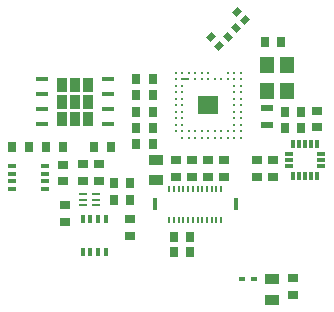
<source format=gtp>
G04*
G04 #@! TF.GenerationSoftware,Altium Limited,Altium Designer,19.0.12 (326)*
G04*
G04 Layer_Color=8421504*
%FSLAX24Y24*%
%MOIN*%
G70*
G01*
G75*
%ADD15R,0.0366X0.0484*%
%ADD16R,0.0276X0.0354*%
%ADD17R,0.0150X0.0433*%
%ADD18R,0.0091X0.0248*%
G04:AMPARAMS|DCode=19|XSize=25.6mil|YSize=21.7mil|CornerRadius=0mil|HoleSize=0mil|Usage=FLASHONLY|Rotation=45.000|XOffset=0mil|YOffset=0mil|HoleType=Round|Shape=Rectangle|*
%AMROTATEDRECTD19*
4,1,4,-0.0014,-0.0167,-0.0167,-0.0014,0.0014,0.0167,0.0167,0.0014,-0.0014,-0.0167,0.0*
%
%ADD19ROTATEDRECTD19*%

G04:AMPARAMS|DCode=20|XSize=25.6mil|YSize=21.7mil|CornerRadius=0mil|HoleSize=0mil|Usage=FLASHONLY|Rotation=315.000|XOffset=0mil|YOffset=0mil|HoleType=Round|Shape=Rectangle|*
%AMROTATEDRECTD20*
4,1,4,-0.0167,0.0014,-0.0014,0.0167,0.0167,-0.0014,0.0014,-0.0167,-0.0167,0.0014,0.0*
%
%ADD20ROTATEDRECTD20*%

%ADD21R,0.0354X0.0276*%
%ADD22R,0.0197X0.0118*%
%ADD23R,0.0512X0.0335*%
%ADD24R,0.0295X0.0157*%
%ADD25R,0.0118X0.0315*%
%ADD26R,0.0315X0.0118*%
%ADD27R,0.0413X0.0177*%
%ADD28R,0.0472X0.0551*%
%ADD29R,0.0433X0.0236*%
%ADD30R,0.0157X0.0295*%
%ADD31R,0.0295X0.0110*%
%ADD32R,0.0291X0.0075*%
%ADD33R,0.0075X0.0075*%
%ADD34R,0.0650X0.0585*%
D15*
X-3020Y1348D02*
D03*
X-3020Y1911D02*
D03*
X-3020Y2474D02*
D03*
X-3465Y1348D02*
D03*
X-3465Y1911D02*
D03*
X-3465Y2474D02*
D03*
X-3909Y1348D02*
D03*
X-3909Y1911D02*
D03*
X-3909Y2474D02*
D03*
D16*
X379Y-3100D02*
D03*
X-172D02*
D03*
Y-2598D02*
D03*
X379D02*
D03*
X-5001Y396D02*
D03*
X-5552D02*
D03*
X-2173Y-1341D02*
D03*
X-1622D02*
D03*
X-4426Y400D02*
D03*
X-3874D02*
D03*
X-2274Y396D02*
D03*
X-2825D02*
D03*
X-1417Y508D02*
D03*
X-866D02*
D03*
X-1417Y1049D02*
D03*
X-866D02*
D03*
X-1417Y1591D02*
D03*
X-866D02*
D03*
X-1417Y2132D02*
D03*
X-866D02*
D03*
X-1417Y2673D02*
D03*
X-866D02*
D03*
X3415Y3898D02*
D03*
X2864D02*
D03*
X3530Y1591D02*
D03*
X4081D02*
D03*
X3530Y1049D02*
D03*
X4081D02*
D03*
X-2173Y-807D02*
D03*
X-1622D02*
D03*
D17*
X1896Y-1506D02*
D03*
X-813D02*
D03*
D18*
X-325Y-2028D02*
D03*
Y-984D02*
D03*
X1407Y-2028D02*
D03*
Y-984D02*
D03*
X-167D02*
D03*
X-10D02*
D03*
X148D02*
D03*
X305D02*
D03*
X463D02*
D03*
X620D02*
D03*
X778D02*
D03*
X935D02*
D03*
X1093D02*
D03*
X1250D02*
D03*
Y-2028D02*
D03*
X1093D02*
D03*
X935D02*
D03*
X778D02*
D03*
X620D02*
D03*
X463D02*
D03*
X305D02*
D03*
X148D02*
D03*
X-10D02*
D03*
X-167D02*
D03*
D19*
X2199Y4639D02*
D03*
X1921Y4917D02*
D03*
X1350Y3789D02*
D03*
X1072Y4068D02*
D03*
D20*
X1900Y4367D02*
D03*
X1622Y4089D02*
D03*
D21*
X3789Y-3967D02*
D03*
Y-4518D02*
D03*
X-3850Y-177D02*
D03*
Y-729D02*
D03*
X-3797Y-1537D02*
D03*
Y-2089D02*
D03*
X4596Y1624D02*
D03*
Y1073D02*
D03*
X3140Y-33D02*
D03*
Y-585D02*
D03*
X2598D02*
D03*
Y-33D02*
D03*
X-1624Y-2549D02*
D03*
Y-1998D02*
D03*
X1516Y-585D02*
D03*
Y-33D02*
D03*
X974Y-585D02*
D03*
Y-33D02*
D03*
X433Y-585D02*
D03*
Y-33D02*
D03*
X-108Y-585D02*
D03*
Y-33D02*
D03*
X-3207Y-157D02*
D03*
Y-709D02*
D03*
X-2657Y-157D02*
D03*
Y-709D02*
D03*
D22*
X2096Y-4006D02*
D03*
X2490D02*
D03*
D23*
X3100D02*
D03*
Y-4675D02*
D03*
X-778Y-703D02*
D03*
Y-33D02*
D03*
D24*
X-4450Y-994D02*
D03*
Y-738D02*
D03*
Y-482D02*
D03*
Y-226D02*
D03*
X-5552Y-994D02*
D03*
Y-738D02*
D03*
Y-482D02*
D03*
Y-226D02*
D03*
D25*
X3809Y508D02*
D03*
X4006D02*
D03*
X4203D02*
D03*
X4400D02*
D03*
X4596D02*
D03*
Y-567D02*
D03*
X4400D02*
D03*
X4203D02*
D03*
X4006D02*
D03*
X3809D02*
D03*
D26*
X4740Y167D02*
D03*
Y-30D02*
D03*
Y-226D02*
D03*
X3665D02*
D03*
Y-30D02*
D03*
Y167D02*
D03*
D27*
X-2354Y1161D02*
D03*
X-2354Y1661D02*
D03*
Y2161D02*
D03*
X-2354Y2661D02*
D03*
X-4575Y1161D02*
D03*
X-4575Y1661D02*
D03*
Y2161D02*
D03*
X-4575Y2661D02*
D03*
D28*
X2923Y2274D02*
D03*
Y3140D02*
D03*
X3593D02*
D03*
Y2274D02*
D03*
D29*
X2923Y1709D02*
D03*
Y1157D02*
D03*
D30*
X-2439Y-1998D02*
D03*
X-2695Y-1998D02*
D03*
X-2951Y-1998D02*
D03*
X-3207Y-1998D02*
D03*
X-2439Y-3100D02*
D03*
X-2695D02*
D03*
X-2951D02*
D03*
X-3207D02*
D03*
D31*
Y-1144D02*
D03*
Y-1341D02*
D03*
Y-1537D02*
D03*
X-2754Y-1144D02*
D03*
Y-1341D02*
D03*
Y-1537D02*
D03*
D32*
X217Y2673D02*
D03*
D33*
X1841Y2024D02*
D03*
Y1807D02*
D03*
X1191Y941D02*
D03*
X541D02*
D03*
X108Y1591D02*
D03*
Y1807D02*
D03*
Y2240D02*
D03*
X541Y2673D02*
D03*
X758D02*
D03*
X974D02*
D03*
X1191D02*
D03*
X1407D02*
D03*
X1624D02*
D03*
X1841D02*
D03*
Y2457D02*
D03*
Y2240D02*
D03*
Y1591D02*
D03*
Y1374D02*
D03*
Y1157D02*
D03*
Y941D02*
D03*
X1624D02*
D03*
X1407D02*
D03*
X974D02*
D03*
X758D02*
D03*
X325D02*
D03*
X108D02*
D03*
Y1157D02*
D03*
Y1374D02*
D03*
Y2024D02*
D03*
Y2457D02*
D03*
X758Y724D02*
D03*
X108Y2890D02*
D03*
X-108Y941D02*
D03*
Y1157D02*
D03*
Y1374D02*
D03*
Y1591D02*
D03*
Y1807D02*
D03*
Y2024D02*
D03*
Y2240D02*
D03*
Y2457D02*
D03*
Y2673D02*
D03*
Y2890D02*
D03*
X108Y724D02*
D03*
X325D02*
D03*
X541D02*
D03*
X974D02*
D03*
X1191D02*
D03*
X1407D02*
D03*
X1624D02*
D03*
X1841D02*
D03*
X2057D02*
D03*
Y941D02*
D03*
Y1157D02*
D03*
Y1374D02*
D03*
Y1591D02*
D03*
Y1807D02*
D03*
Y2024D02*
D03*
Y2240D02*
D03*
Y2457D02*
D03*
Y2673D02*
D03*
Y2890D02*
D03*
X1841D02*
D03*
X1624D02*
D03*
X974D02*
D03*
X758D02*
D03*
X541D02*
D03*
X325D02*
D03*
D34*
X974Y1807D02*
D03*
M02*

</source>
